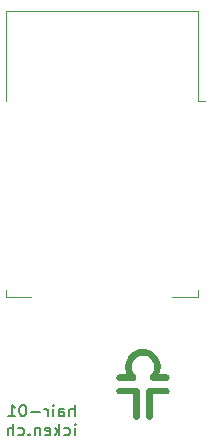
<source format=gbo>
%TF.GenerationSoftware,KiCad,Pcbnew,(6.0.4)*%
%TF.CreationDate,2023-01-26T18:28:49+01:00*%
%TF.ProjectId,hair-01,68616972-2d30-4312-9e6b-696361645f70,rev?*%
%TF.SameCoordinates,Original*%
%TF.FileFunction,Legend,Bot*%
%TF.FilePolarity,Positive*%
%FSLAX46Y46*%
G04 Gerber Fmt 4.6, Leading zero omitted, Abs format (unit mm)*
G04 Created by KiCad (PCBNEW (6.0.4)) date 2023-01-26 18:28:49*
%MOMM*%
%LPD*%
G01*
G04 APERTURE LIST*
%ADD10C,0.150000*%
%ADD11C,0.120000*%
%ADD12C,0.650000*%
%ADD13O,1.000000X1.600000*%
%ADD14O,1.000000X2.100000*%
%ADD15R,2.500000X1.000000*%
%ADD16R,1.000000X1.800000*%
G04 APERTURE END LIST*
D10*
X146295714Y-104422380D02*
X146295714Y-103422380D01*
X145867142Y-104422380D02*
X145867142Y-103898571D01*
X145914761Y-103803333D01*
X146010000Y-103755714D01*
X146152857Y-103755714D01*
X146248095Y-103803333D01*
X146295714Y-103850952D01*
X144962380Y-104422380D02*
X144962380Y-103898571D01*
X145010000Y-103803333D01*
X145105238Y-103755714D01*
X145295714Y-103755714D01*
X145390952Y-103803333D01*
X144962380Y-104374761D02*
X145057619Y-104422380D01*
X145295714Y-104422380D01*
X145390952Y-104374761D01*
X145438571Y-104279523D01*
X145438571Y-104184285D01*
X145390952Y-104089047D01*
X145295714Y-104041428D01*
X145057619Y-104041428D01*
X144962380Y-103993809D01*
X144486190Y-104422380D02*
X144486190Y-103755714D01*
X144486190Y-103422380D02*
X144533809Y-103470000D01*
X144486190Y-103517619D01*
X144438571Y-103470000D01*
X144486190Y-103422380D01*
X144486190Y-103517619D01*
X144010000Y-104422380D02*
X144010000Y-103755714D01*
X144010000Y-103946190D02*
X143962380Y-103850952D01*
X143914761Y-103803333D01*
X143819523Y-103755714D01*
X143724285Y-103755714D01*
X143390952Y-104041428D02*
X142629047Y-104041428D01*
X141962380Y-103422380D02*
X141867142Y-103422380D01*
X141771904Y-103470000D01*
X141724285Y-103517619D01*
X141676666Y-103612857D01*
X141629047Y-103803333D01*
X141629047Y-104041428D01*
X141676666Y-104231904D01*
X141724285Y-104327142D01*
X141771904Y-104374761D01*
X141867142Y-104422380D01*
X141962380Y-104422380D01*
X142057619Y-104374761D01*
X142105238Y-104327142D01*
X142152857Y-104231904D01*
X142200476Y-104041428D01*
X142200476Y-103803333D01*
X142152857Y-103612857D01*
X142105238Y-103517619D01*
X142057619Y-103470000D01*
X141962380Y-103422380D01*
X140676666Y-104422380D02*
X141248095Y-104422380D01*
X140962380Y-104422380D02*
X140962380Y-103422380D01*
X141057619Y-103565238D01*
X141152857Y-103660476D01*
X141248095Y-103708095D01*
X146343333Y-106032380D02*
X146343333Y-105365714D01*
X146343333Y-105032380D02*
X146390952Y-105080000D01*
X146343333Y-105127619D01*
X146295714Y-105080000D01*
X146343333Y-105032380D01*
X146343333Y-105127619D01*
X145438571Y-105984761D02*
X145533809Y-106032380D01*
X145724285Y-106032380D01*
X145819523Y-105984761D01*
X145867142Y-105937142D01*
X145914761Y-105841904D01*
X145914761Y-105556190D01*
X145867142Y-105460952D01*
X145819523Y-105413333D01*
X145724285Y-105365714D01*
X145533809Y-105365714D01*
X145438571Y-105413333D01*
X145010000Y-106032380D02*
X145010000Y-105032380D01*
X144914761Y-105651428D02*
X144629047Y-106032380D01*
X144629047Y-105365714D02*
X145010000Y-105746666D01*
X143819523Y-105984761D02*
X143914761Y-106032380D01*
X144105238Y-106032380D01*
X144200476Y-105984761D01*
X144248095Y-105889523D01*
X144248095Y-105508571D01*
X144200476Y-105413333D01*
X144105238Y-105365714D01*
X143914761Y-105365714D01*
X143819523Y-105413333D01*
X143771904Y-105508571D01*
X143771904Y-105603809D01*
X144248095Y-105699047D01*
X143343333Y-105365714D02*
X143343333Y-106032380D01*
X143343333Y-105460952D02*
X143295714Y-105413333D01*
X143200476Y-105365714D01*
X143057619Y-105365714D01*
X142962380Y-105413333D01*
X142914761Y-105508571D01*
X142914761Y-106032380D01*
X142438571Y-105937142D02*
X142390952Y-105984761D01*
X142438571Y-106032380D01*
X142486190Y-105984761D01*
X142438571Y-105937142D01*
X142438571Y-106032380D01*
X141533809Y-105984761D02*
X141629047Y-106032380D01*
X141819523Y-106032380D01*
X141914761Y-105984761D01*
X141962380Y-105937142D01*
X142010000Y-105841904D01*
X142010000Y-105556190D01*
X141962380Y-105460952D01*
X141914761Y-105413333D01*
X141819523Y-105365714D01*
X141629047Y-105365714D01*
X141533809Y-105413333D01*
X141105238Y-106032380D02*
X141105238Y-105032380D01*
X140676666Y-106032380D02*
X140676666Y-105508571D01*
X140724285Y-105413333D01*
X140819523Y-105365714D01*
X140962380Y-105365714D01*
X141057619Y-105413333D01*
X141105238Y-105460952D01*
D11*
X156710000Y-94320000D02*
X156710000Y-93700000D01*
X156710000Y-77700000D02*
X157320000Y-77700000D01*
X154590000Y-94320000D02*
X156710000Y-94320000D01*
X156710000Y-77700000D02*
X156710000Y-70080000D01*
X140470000Y-93700000D02*
X140470000Y-94320000D01*
X140470000Y-70080000D02*
X140470000Y-77700000D01*
X140470000Y-94320000D02*
X142590000Y-94320000D01*
X156710000Y-70080000D02*
X140470000Y-70080000D01*
G36*
X153257835Y-101982548D02*
G01*
X153360251Y-101982556D01*
X153364268Y-101982556D01*
X153464785Y-101982560D01*
X153555811Y-101982578D01*
X153637839Y-101982614D01*
X153711362Y-101982674D01*
X153776871Y-101982765D01*
X153834860Y-101982892D01*
X153885821Y-101983061D01*
X153930247Y-101983278D01*
X153968630Y-101983549D01*
X154001464Y-101983879D01*
X154029239Y-101984275D01*
X154052450Y-101984742D01*
X154071588Y-101985286D01*
X154087146Y-101985914D01*
X154099617Y-101986630D01*
X154109493Y-101987441D01*
X154117268Y-101988353D01*
X154123432Y-101989371D01*
X154128480Y-101990502D01*
X154132903Y-101991751D01*
X154177761Y-102009428D01*
X154222801Y-102036627D01*
X154261588Y-102070855D01*
X154293371Y-102111301D01*
X154317399Y-102157153D01*
X154332920Y-102207600D01*
X154337478Y-102232544D01*
X154339829Y-102259802D01*
X154338309Y-102286537D01*
X154332920Y-102317622D01*
X154318717Y-102364668D01*
X154295236Y-102410795D01*
X154264022Y-102451672D01*
X154225927Y-102486383D01*
X154181801Y-102514010D01*
X154132495Y-102533636D01*
X154131542Y-102533914D01*
X154126339Y-102535229D01*
X154120080Y-102536407D01*
X154112204Y-102537457D01*
X154102153Y-102538387D01*
X154089367Y-102539209D01*
X154073287Y-102539931D01*
X154053355Y-102540562D01*
X154029011Y-102541112D01*
X153999697Y-102541591D01*
X153964853Y-102542007D01*
X153923920Y-102542371D01*
X153876340Y-102542691D01*
X153821552Y-102542977D01*
X153758999Y-102543239D01*
X153688121Y-102543485D01*
X153608359Y-102543726D01*
X153519155Y-102543971D01*
X152935412Y-102545520D01*
X152934010Y-103506782D01*
X152933858Y-103609816D01*
X152933691Y-103716666D01*
X152933526Y-103814322D01*
X152933357Y-103903211D01*
X152933181Y-103983762D01*
X152932992Y-104056403D01*
X152932785Y-104121562D01*
X152932557Y-104179665D01*
X152932303Y-104231141D01*
X152932018Y-104276418D01*
X152931697Y-104315924D01*
X152931336Y-104350086D01*
X152930930Y-104379333D01*
X152930476Y-104404092D01*
X152929967Y-104424790D01*
X152929400Y-104441856D01*
X152928770Y-104455718D01*
X152928072Y-104466803D01*
X152927302Y-104475539D01*
X152926455Y-104482354D01*
X152925527Y-104487675D01*
X152924513Y-104491932D01*
X152923409Y-104495550D01*
X152907069Y-104535496D01*
X152879582Y-104581299D01*
X152845368Y-104620646D01*
X152805204Y-104652821D01*
X152759864Y-104677107D01*
X152710123Y-104692789D01*
X152699810Y-104694887D01*
X152665616Y-104699363D01*
X152633296Y-104698751D01*
X152597600Y-104693067D01*
X152597047Y-104692951D01*
X152546889Y-104677377D01*
X152501159Y-104653320D01*
X152460800Y-104621667D01*
X152426755Y-104583302D01*
X152399967Y-104539113D01*
X152381380Y-104489985D01*
X152381089Y-104488902D01*
X152380124Y-104484752D01*
X152379234Y-104479718D01*
X152378417Y-104473403D01*
X152377668Y-104465410D01*
X152376987Y-104455344D01*
X152376368Y-104442807D01*
X152375809Y-104427403D01*
X152375308Y-104408737D01*
X152374860Y-104386410D01*
X152374464Y-104360028D01*
X152374115Y-104329194D01*
X152373811Y-104293511D01*
X152373549Y-104252583D01*
X152373326Y-104206013D01*
X152373139Y-104153405D01*
X152372984Y-104094364D01*
X152372859Y-104028491D01*
X152372760Y-103955391D01*
X152372685Y-103874668D01*
X152372631Y-103785924D01*
X152372593Y-103688765D01*
X152372571Y-103582792D01*
X152372559Y-103467611D01*
X152372556Y-103342824D01*
X152372562Y-103239533D01*
X152372585Y-103119454D01*
X152372628Y-103008722D01*
X152372694Y-102906975D01*
X152372785Y-102813850D01*
X152372902Y-102728983D01*
X152373048Y-102652011D01*
X152373225Y-102582572D01*
X152373435Y-102520302D01*
X152373680Y-102464838D01*
X152373963Y-102415817D01*
X152374285Y-102372876D01*
X152374649Y-102335652D01*
X152375058Y-102303782D01*
X152375512Y-102276903D01*
X152376014Y-102254651D01*
X152376567Y-102236664D01*
X152377172Y-102222578D01*
X152377832Y-102212031D01*
X152378548Y-102204658D01*
X152379324Y-102200099D01*
X152380081Y-102197096D01*
X152396585Y-102150745D01*
X152420740Y-102107565D01*
X152451265Y-102069181D01*
X152486880Y-102037221D01*
X152526307Y-102013310D01*
X152532840Y-102010165D01*
X152540614Y-102006358D01*
X152547898Y-102002917D01*
X152555193Y-101999823D01*
X152562999Y-101997058D01*
X152571814Y-101994604D01*
X152582139Y-101992443D01*
X152594472Y-101990555D01*
X152609314Y-101988922D01*
X152627164Y-101987526D01*
X152648522Y-101986349D01*
X152673887Y-101985371D01*
X152703758Y-101984576D01*
X152738636Y-101983943D01*
X152779020Y-101983455D01*
X152825410Y-101983094D01*
X152878304Y-101982841D01*
X152938203Y-101982677D01*
X153005606Y-101982584D01*
X153081013Y-101982544D01*
X153164923Y-101982538D01*
X153257835Y-101982548D01*
G37*
G36*
X152155921Y-98702122D02*
G01*
X152276832Y-98712344D01*
X152279075Y-98712623D01*
X152397527Y-98732443D01*
X152513605Y-98761761D01*
X152626730Y-98800242D01*
X152736318Y-98847548D01*
X152841790Y-98903342D01*
X152942563Y-98967288D01*
X153038058Y-99039048D01*
X153127691Y-99118286D01*
X153210883Y-99204665D01*
X153287052Y-99297848D01*
X153312579Y-99332858D01*
X153378568Y-99434485D01*
X153435683Y-99540007D01*
X153483861Y-99648875D01*
X153523040Y-99760539D01*
X153553154Y-99874451D01*
X153574142Y-99990062D01*
X153585941Y-100106822D01*
X153588486Y-100224183D01*
X153581715Y-100341596D01*
X153565564Y-100458511D01*
X153539970Y-100574380D01*
X153504870Y-100688655D01*
X153460201Y-100800785D01*
X153436341Y-100854257D01*
X153769619Y-100856045D01*
X153802547Y-100856226D01*
X153864834Y-100856604D01*
X153918246Y-100856995D01*
X153963548Y-100857421D01*
X154001506Y-100857905D01*
X154032883Y-100858469D01*
X154058444Y-100859134D01*
X154078954Y-100859923D01*
X154095178Y-100860857D01*
X154107879Y-100861960D01*
X154117823Y-100863251D01*
X154125773Y-100864755D01*
X154132495Y-100866492D01*
X154179093Y-100884629D01*
X154223389Y-100911686D01*
X154261799Y-100945937D01*
X154293445Y-100986434D01*
X154317445Y-101032231D01*
X154332920Y-101082379D01*
X154337478Y-101107322D01*
X154339829Y-101134580D01*
X154338309Y-101161315D01*
X154332920Y-101192400D01*
X154319354Y-101237941D01*
X154296840Y-101283322D01*
X154267181Y-101323469D01*
X154231338Y-101357483D01*
X154190269Y-101384467D01*
X154144935Y-101403524D01*
X154096295Y-101413755D01*
X154094566Y-101413898D01*
X154082406Y-101414362D01*
X154061122Y-101414783D01*
X154031392Y-101415161D01*
X153993895Y-101415491D01*
X153949311Y-101415771D01*
X153898317Y-101415999D01*
X153841595Y-101416171D01*
X153779822Y-101416285D01*
X153713677Y-101416339D01*
X153643840Y-101416330D01*
X153570990Y-101416254D01*
X153495805Y-101416110D01*
X153409640Y-101415892D01*
X153328750Y-101415648D01*
X153256803Y-101415381D01*
X153193257Y-101415081D01*
X153137571Y-101414743D01*
X153089204Y-101414358D01*
X153047613Y-101413919D01*
X153012257Y-101413417D01*
X152982594Y-101412845D01*
X152958084Y-101412195D01*
X152938185Y-101411460D01*
X152922354Y-101410631D01*
X152910051Y-101409701D01*
X152900734Y-101408663D01*
X152893862Y-101407508D01*
X152864218Y-101399606D01*
X152816523Y-101379187D01*
X152773070Y-101350945D01*
X152734680Y-101315974D01*
X152702171Y-101275368D01*
X152676365Y-101230221D01*
X152658079Y-101181627D01*
X152648135Y-101130680D01*
X152647352Y-101078475D01*
X152650463Y-101051405D01*
X152662881Y-100999616D01*
X152683877Y-100951171D01*
X152713921Y-100905100D01*
X152753487Y-100860435D01*
X152757637Y-100856276D01*
X152821187Y-100785305D01*
X152876491Y-100709214D01*
X152923418Y-100628694D01*
X152961841Y-100544438D01*
X152991631Y-100457138D01*
X153012658Y-100367486D01*
X153024794Y-100276172D01*
X153027909Y-100183890D01*
X153021875Y-100091331D01*
X153006564Y-99999186D01*
X152981845Y-99908147D01*
X152947590Y-99818907D01*
X152938756Y-99799596D01*
X152893935Y-99716070D01*
X152840976Y-99637795D01*
X152780508Y-99565341D01*
X152713159Y-99499279D01*
X152639557Y-99440177D01*
X152560329Y-99388608D01*
X152476103Y-99345140D01*
X152387508Y-99310344D01*
X152332714Y-99293870D01*
X152239640Y-99273939D01*
X152145632Y-99263537D01*
X152051468Y-99262576D01*
X151957925Y-99270972D01*
X151865780Y-99288639D01*
X151775811Y-99315491D01*
X151688795Y-99351444D01*
X151605508Y-99396411D01*
X151591194Y-99405307D01*
X151513115Y-99460469D01*
X151441305Y-99522773D01*
X151376312Y-99591526D01*
X151318682Y-99666034D01*
X151268961Y-99745603D01*
X151227695Y-99829539D01*
X151195430Y-99917149D01*
X151177566Y-99982835D01*
X151160157Y-100077861D01*
X151152480Y-100172764D01*
X151154393Y-100266972D01*
X151165759Y-100359914D01*
X151186437Y-100451017D01*
X151216289Y-100539709D01*
X151255175Y-100625419D01*
X151302957Y-100707574D01*
X151359495Y-100785604D01*
X151424649Y-100858935D01*
X151458435Y-100896166D01*
X151485890Y-100933669D01*
X151506204Y-100971579D01*
X151520483Y-101011984D01*
X151529838Y-101056970D01*
X151532067Y-101075379D01*
X151532103Y-101129292D01*
X151522458Y-101181598D01*
X151503348Y-101231671D01*
X151474992Y-101278883D01*
X151437606Y-101322608D01*
X151406352Y-101351139D01*
X151372987Y-101374707D01*
X151337518Y-101392104D01*
X151297073Y-101405012D01*
X151296153Y-101405246D01*
X151290061Y-101406708D01*
X151283603Y-101408014D01*
X151276211Y-101409173D01*
X151267318Y-101410194D01*
X151256358Y-101411085D01*
X151242764Y-101411855D01*
X151225969Y-101412514D01*
X151205407Y-101413071D01*
X151180510Y-101413534D01*
X151150712Y-101413913D01*
X151115447Y-101414216D01*
X151074146Y-101414452D01*
X151026245Y-101414631D01*
X150971175Y-101414761D01*
X150908370Y-101414852D01*
X150837264Y-101414911D01*
X150757289Y-101414950D01*
X150667879Y-101414975D01*
X150643694Y-101414980D01*
X150555585Y-101414982D01*
X150476794Y-101414951D01*
X150406778Y-101414881D01*
X150344992Y-101414765D01*
X150290892Y-101414597D01*
X150243934Y-101414369D01*
X150203575Y-101414076D01*
X150169270Y-101413710D01*
X150140475Y-101413265D01*
X150116647Y-101412734D01*
X150097241Y-101412110D01*
X150081713Y-101411387D01*
X150069520Y-101410559D01*
X150060117Y-101409617D01*
X150052960Y-101408557D01*
X150047506Y-101407371D01*
X150041022Y-101405582D01*
X149994852Y-101387153D01*
X149952864Y-101360430D01*
X149916077Y-101326502D01*
X149885506Y-101286461D01*
X149862168Y-101241397D01*
X149847081Y-101192400D01*
X149842523Y-101167457D01*
X149840172Y-101140199D01*
X149841692Y-101113464D01*
X149847081Y-101082379D01*
X149859126Y-101040772D01*
X149881690Y-100994003D01*
X149912219Y-100952460D01*
X149950012Y-100916904D01*
X149994372Y-100888101D01*
X150044598Y-100866814D01*
X150049465Y-100865356D01*
X150056339Y-100863762D01*
X150064829Y-100862392D01*
X150075698Y-100861223D01*
X150089707Y-100860233D01*
X150107619Y-100859400D01*
X150130197Y-100858699D01*
X150158203Y-100858108D01*
X150192399Y-100857605D01*
X150233547Y-100857168D01*
X150282411Y-100856772D01*
X150339751Y-100856395D01*
X150406331Y-100856015D01*
X150428377Y-100855891D01*
X150494877Y-100855462D01*
X150552066Y-100854991D01*
X150600475Y-100854468D01*
X150640633Y-100853878D01*
X150673071Y-100853210D01*
X150698320Y-100852451D01*
X150716909Y-100851590D01*
X150729369Y-100850613D01*
X150736231Y-100849508D01*
X150738024Y-100848263D01*
X150716382Y-100796510D01*
X150684361Y-100714287D01*
X150657817Y-100637380D01*
X150636381Y-100564132D01*
X150619685Y-100492882D01*
X150607360Y-100421973D01*
X150599039Y-100349747D01*
X150594353Y-100274543D01*
X150592935Y-100194704D01*
X150593092Y-100167858D01*
X150594638Y-100108281D01*
X150598084Y-100054124D01*
X150603746Y-100002219D01*
X150611938Y-99949394D01*
X150622975Y-99892482D01*
X150625950Y-99878601D01*
X150656579Y-99761659D01*
X150696126Y-99648625D01*
X150744194Y-99539911D01*
X150800388Y-99435930D01*
X150864314Y-99337092D01*
X150935577Y-99243809D01*
X151013782Y-99156493D01*
X151098532Y-99075555D01*
X151189435Y-99001407D01*
X151286094Y-98934461D01*
X151388114Y-98875128D01*
X151495101Y-98823820D01*
X151606660Y-98780948D01*
X151722394Y-98746925D01*
X151797824Y-98729922D01*
X151917189Y-98710863D01*
X152036298Y-98701613D01*
X152155921Y-98702122D01*
G37*
G36*
X151161171Y-101982569D02*
G01*
X151230082Y-101982650D01*
X151291395Y-101982799D01*
X151345608Y-101983037D01*
X151393221Y-101983381D01*
X151434733Y-101983852D01*
X151470643Y-101984466D01*
X151501452Y-101985245D01*
X151527657Y-101986205D01*
X151549759Y-101987368D01*
X151568256Y-101988751D01*
X151583649Y-101990373D01*
X151596435Y-101992253D01*
X151607115Y-101994411D01*
X151616187Y-101996865D01*
X151624152Y-101999634D01*
X151631507Y-102002737D01*
X151638754Y-102006193D01*
X151646390Y-102010021D01*
X151654915Y-102014240D01*
X151691848Y-102036462D01*
X151728655Y-102068834D01*
X151759811Y-102107851D01*
X151784193Y-102152083D01*
X151800677Y-102200099D01*
X151801322Y-102203673D01*
X151802048Y-102210526D01*
X151802717Y-102220491D01*
X151803331Y-102233930D01*
X151803892Y-102251205D01*
X151804402Y-102272680D01*
X151804865Y-102298716D01*
X151805280Y-102329677D01*
X151805652Y-102365926D01*
X151805982Y-102407824D01*
X151806271Y-102455735D01*
X151806523Y-102510021D01*
X151806740Y-102571045D01*
X151806922Y-102639170D01*
X151807074Y-102714758D01*
X151807196Y-102798172D01*
X151807291Y-102889774D01*
X151807362Y-102989928D01*
X151807409Y-103098996D01*
X151807436Y-103217340D01*
X151807445Y-103345324D01*
X151807444Y-103442079D01*
X151807436Y-103559426D01*
X151807419Y-103667472D01*
X151807390Y-103766612D01*
X151807345Y-103857244D01*
X151807281Y-103939762D01*
X151807194Y-104014564D01*
X151807083Y-104082046D01*
X151806943Y-104142602D01*
X151806772Y-104196631D01*
X151806566Y-104244527D01*
X151806321Y-104286688D01*
X151806036Y-104323508D01*
X151805707Y-104355385D01*
X151805329Y-104382715D01*
X151804902Y-104405893D01*
X151804420Y-104425316D01*
X151803882Y-104441380D01*
X151803283Y-104454480D01*
X151802621Y-104465015D01*
X151801892Y-104473378D01*
X151801094Y-104479967D01*
X151800223Y-104485178D01*
X151799276Y-104489407D01*
X151798250Y-104493050D01*
X151780880Y-104537174D01*
X151753861Y-104582107D01*
X151719867Y-104620965D01*
X151679784Y-104652919D01*
X151634499Y-104677137D01*
X151584901Y-104692789D01*
X151574589Y-104694887D01*
X151540394Y-104699363D01*
X151508075Y-104698751D01*
X151472379Y-104693067D01*
X151425646Y-104678996D01*
X151379477Y-104655567D01*
X151338556Y-104624382D01*
X151303786Y-104586277D01*
X151276065Y-104542085D01*
X151256293Y-104492643D01*
X151255796Y-104490904D01*
X151254770Y-104486610D01*
X151253829Y-104481310D01*
X151252969Y-104474575D01*
X151252184Y-104465977D01*
X151251472Y-104455087D01*
X151250827Y-104441478D01*
X151250244Y-104424720D01*
X151249721Y-104404386D01*
X151249251Y-104380047D01*
X151248830Y-104351274D01*
X151248455Y-104317640D01*
X151248120Y-104278715D01*
X151247821Y-104234073D01*
X151247554Y-104183283D01*
X151247314Y-104125919D01*
X151247097Y-104061551D01*
X151246898Y-103989751D01*
X151246713Y-103910091D01*
X151246538Y-103822142D01*
X151246368Y-103725477D01*
X151246198Y-103619666D01*
X151246024Y-103504282D01*
X151244612Y-102545520D01*
X150660858Y-102543971D01*
X150642392Y-102543922D01*
X150555103Y-102543679D01*
X150477146Y-102543437D01*
X150407963Y-102543188D01*
X150346993Y-102542923D01*
X150293678Y-102542630D01*
X150247460Y-102542302D01*
X150207778Y-102541929D01*
X150174074Y-102541501D01*
X150145789Y-102541009D01*
X150122364Y-102540444D01*
X150103240Y-102539795D01*
X150087857Y-102539054D01*
X150075657Y-102538212D01*
X150066081Y-102537258D01*
X150058570Y-102536184D01*
X150052565Y-102534980D01*
X150047506Y-102533636D01*
X150016104Y-102522262D01*
X149971332Y-102498334D01*
X149931515Y-102467510D01*
X149898162Y-102431030D01*
X149872783Y-102390136D01*
X149861584Y-102364066D01*
X149850100Y-102328465D01*
X149842488Y-102293379D01*
X149839731Y-102262611D01*
X149841484Y-102238706D01*
X149848170Y-102204203D01*
X149858932Y-102168396D01*
X149872783Y-102135086D01*
X149886860Y-102110208D01*
X149917376Y-102071533D01*
X149955132Y-102038177D01*
X149998811Y-102011223D01*
X150047098Y-101991751D01*
X150047261Y-101991701D01*
X150051699Y-101990457D01*
X150056780Y-101989331D01*
X150062997Y-101988316D01*
X150070842Y-101987409D01*
X150080808Y-101986601D01*
X150093387Y-101985888D01*
X150109073Y-101985264D01*
X150128357Y-101984723D01*
X150151732Y-101984258D01*
X150179691Y-101983865D01*
X150212726Y-101983537D01*
X150251330Y-101983269D01*
X150295996Y-101983054D01*
X150347215Y-101982886D01*
X150405481Y-101982761D01*
X150471287Y-101982671D01*
X150545124Y-101982612D01*
X150627485Y-101982577D01*
X150718863Y-101982560D01*
X150819750Y-101982556D01*
X150903853Y-101982550D01*
X150998556Y-101982538D01*
X151084162Y-101982538D01*
X151161171Y-101982569D01*
G37*
%LPC*%
D12*
X151480000Y-113950000D03*
X145700000Y-113950000D03*
D13*
X152910000Y-117600000D03*
X144270000Y-117600000D03*
D14*
X144270000Y-113420000D03*
X152910000Y-113420000D03*
D15*
X156190000Y-78700000D03*
X156190000Y-80700000D03*
X156190000Y-82700000D03*
X156190000Y-84700000D03*
X156190000Y-86700000D03*
X156190000Y-88700000D03*
X156190000Y-90700000D03*
X156190000Y-92700000D03*
D16*
X153590000Y-94200000D03*
X151590000Y-94200000D03*
X149590000Y-94200000D03*
X147590000Y-94200000D03*
X145590000Y-94200000D03*
X143590000Y-94200000D03*
D15*
X140990000Y-92700000D03*
X140990000Y-90700000D03*
X140990000Y-88700000D03*
X140990000Y-86700000D03*
X140990000Y-84700000D03*
X140990000Y-82700000D03*
X140990000Y-80700000D03*
X140990000Y-78700000D03*
M02*

</source>
